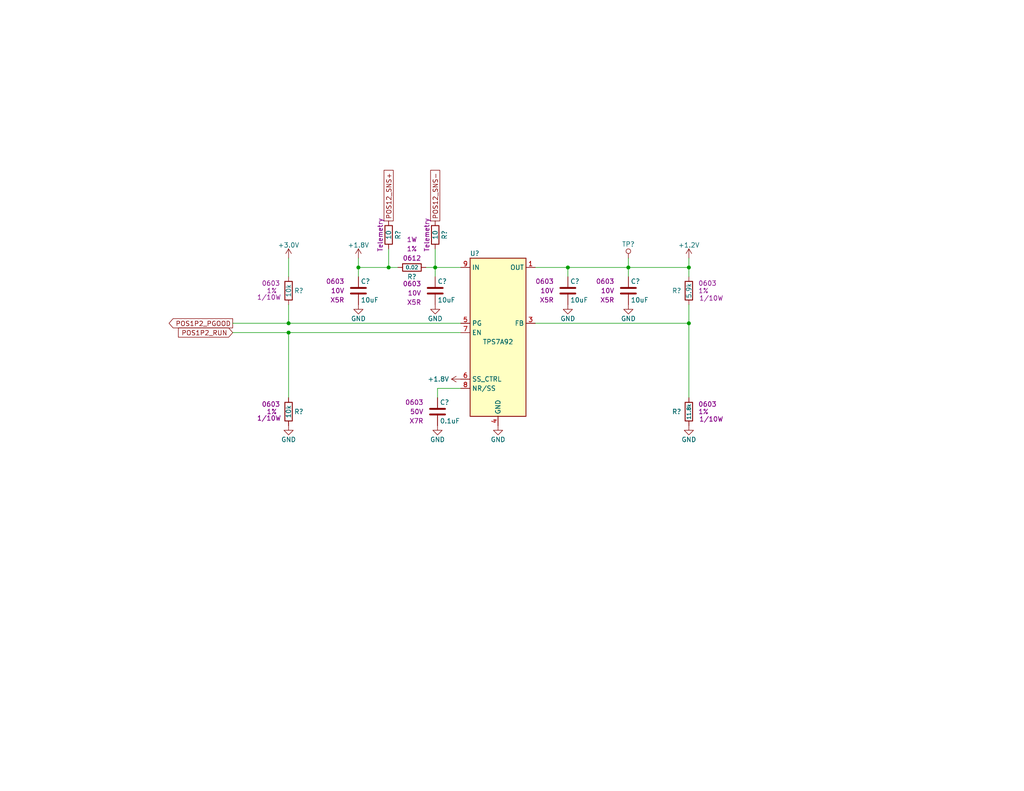
<source format=kicad_sch>
(kicad_sch (version 20230121) (generator eeschema)
  (paper "A")
  (title_block (title "Thermal Camera") (date "2023-11-13") (rev "PRELIM") (company "Drew Maatman and Michael Laffin"))
  (lib_symbols
    (symbol "Custom Library:+1.2V" (power) (pin_names (offset 0))
      (property "Value" "+1.2V" (at 0 3.556 0))
      (symbol "+1.2V_0_1"
        (polyline (pts (xy -0.762 1.27) (xy 0 2.54)))
        (polyline (pts (xy 0 0) (xy 0 2.54)))
        (polyline (pts (xy 0 2.54) (xy 0.762 1.27)))
      )
      (symbol "+1.2V_1_1"
        (pin power_in line (at 0 0 90) (length 0) hide (name "+1.2V") (number "1"))
      )
    )
    (symbol "Custom Library:+1.8V" (power) (pin_names (offset 0))
      (property "Value" "+1.8V" (at 0 3.556 0))
      (symbol "+1.8V_0_1"
        (polyline (pts (xy -0.762 1.27) (xy 0 2.54)))
        (polyline (pts (xy 0 0) (xy 0 2.54)))
        (polyline (pts (xy 0 2.54) (xy 0.762 1.27)))
      )
      (symbol "+1.8V_1_1"
        (pin power_in line (at 0 0 90) (length 0) hide (name "+1.8V") (number "1"))
      )
    )
    (symbol "Custom Library:+3.0V" (power) (pin_names (offset 0))
      (property "Value" "+3.0V" (at 0 3.556 0))
      (symbol "+3.0V_0_1"
        (polyline (pts (xy -0.762 1.27) (xy 0 2.54)))
        (polyline (pts (xy 0 0) (xy 0 2.54)))
        (polyline (pts (xy 0 2.54) (xy 0.762 1.27)))
      )
      (symbol "+3.0V_1_1"
        (pin power_in line (at 0 0 90) (length 0) hide (name "+3.0V") (number "1"))
      )
    )
    (symbol "Custom_Library:C_Custom" (pin_numbers hide) (pin_names (offset 0.254))
      (property "Reference" "C" (at 0.635 2.54 0))
      (property "Value" "C_Custom" (at 0.635 -2.54 0))
      (property "display_footprint" "Foot" (at -3.81 2.54 0))
      (property "Voltage" "V" (at -3.81 0 0))
      (property "Dielectric" "Er" (at -3.81 -2.54 0))
      (symbol "C_Custom_0_1"
        (polyline (pts (xy -2.032 -0.762) (xy 2.032 -0.762)) (stroke (width 0.508)))
        (polyline (pts (xy -2.032 0.762) (xy 2.032 0.762)) (stroke (width 0.508)))
      )
      (symbol "C_Custom_1_1"
        (pin passive line (at 0 3.81 270) (length 2.794) (name "~") (number "1"))
        (pin passive line (at 0 -3.81 90) (length 2.794) (name "~") (number "2"))
      )
    )
    (symbol "Custom_Library:R_Custom" (pin_numbers hide) (pin_names (offset 1.016) hide)
      (property "Reference" "R" (at -2.54 0 90))
      (property "Value" "R_Custom" (at 0 0 90))
      (property "display_footprint" "Foot" (at 2.54 0 90))
      (property "Tolerance" "Tol" (at 5.08 0 90))
      (property "Wattage" "W" (at 7.62 0 90))
      (symbol "R_Custom_0_1"
        (rectangle (start 1.016 2.54) (end -1.016 -2.54) (stroke (width 0.254)))
      )
      (symbol "R_Custom_1_1"
        (pin passive line (at 0 3.81 270) (length 1.27) (name "1") (number "1"))
        (pin passive line (at 0 -3.81 90) (length 1.27) (name "2") (number "2"))
      )
    )
    (symbol "Custom_Library:TP" (pin_numbers hide) (pin_names (offset 0) hide)
      (property "Reference" "TP" (at 0 3.81 0))
      (symbol "TP_0_1"
        (polyline (pts (xy 0 0) (xy 0 1.27)))
        (circle (center 0 1.905) (radius 0.635))
      )
      (symbol "TP_1_1"
        (pin passive line (at 0 0 90) (length 0) (name "TP") (number "1"))
      )
    )
    (symbol "Custom_Library:TPS7A91"
      (property "Reference" "U" (at -6.35 22.86 0))
      (property "Value" "TPS7A91" (at 0 -1.27 0))
      (symbol "TPS7A91_0_1"
        (rectangle (start -7.62 21.59) (end 7.62 -21.59) (stroke (width 0.254)) (fill (type background)))
      )
      (symbol "TPS7A91_1_1"
        (pin power_out line (at 10.16 19.05 180) (length 2.54) (name "OUT") (number "1"))
        (pin passive line (at -10.16 19.05 0) (length 2.54) hide (name "IN") (number "10"))
        (pin passive line (at 0 -24.13 90) (length 2.54) hide (name "GND") (number "11"))
        (pin passive line (at 10.16 19.05 180) (length 2.54) hide (name "OUT") (number "2"))
        (pin input line (at 10.16 3.81 180) (length 2.54) (name "FB") (number "3"))
        (pin power_in line (at 0 -24.13 90) (length 2.54) (name "GND") (number "4"))
        (pin open_collector line (at -10.16 3.81 0) (length 2.54) (name "PG") (number "5"))
        (pin input line (at -10.16 -11.43 0) (length 2.54) (name "SS_CTRL") (number "6"))
        (pin input line (at -10.16 1.27 0) (length 2.54) (name "EN") (number "7"))
        (pin passive line (at -10.16 -13.97 0) (length 2.54) (name "NR/SS") (number "8"))
        (pin power_in line (at -10.16 19.05 0) (length 2.54) (name "IN") (number "9"))
      )
    )
    (symbol "power:GND" (power) (pin_names (offset 0))
      (property "Value" "GND" (at 0 -3.81 0))
      (symbol "GND_0_1"
        (polyline (pts (xy 0 0) (xy 0 -1.27) (xy 1.27 -1.27) (xy 0 -2.54) (xy -1.27 -1.27) (xy 0 -1.27)))
      )
      (symbol "GND_1_1"
        (pin power_in line (at 0 0 270) (length 0) hide (name "GND") (number "1"))
      )
    )
  )
  (junction (at 187.96 73.025))
  (junction (at 118.745 73.025))
  (junction (at 106.045 73.025))
  (junction (at 171.45 73.025))
  (junction (at 187.96 88.265))
  (junction (at 97.79 73.025))
  (junction (at 78.74 88.265))
  (junction (at 78.74 90.805))
  (junction (at 154.94 73.025))
  (wire (pts (xy 187.96 88.265) (xy 187.96 108.585)))
  (wire (pts (xy 63.5 88.265) (xy 78.74 88.265)))
  (wire (pts (xy 97.79 73.025) (xy 106.045 73.025)))
  (wire (pts (xy 125.73 106.045) (xy 119.38 106.045)))
  (wire (pts (xy 187.96 83.185) (xy 187.96 88.265)))
  (wire (pts (xy 63.5 90.805) (xy 78.74 90.805)))
  (wire (pts (xy 78.74 70.485) (xy 78.74 75.565)))
  (wire (pts (xy 118.745 73.025) (xy 118.745 75.565)))
  (wire (pts (xy 154.94 73.025) (xy 146.05 73.025)))
  (wire (pts (xy 106.045 73.025) (xy 108.585 73.025)))
  (wire (pts (xy 119.38 106.045) (xy 119.38 108.585)))
  (wire (pts (xy 187.96 70.485) (xy 187.96 73.025)))
  (wire (pts (xy 154.94 73.025) (xy 171.45 73.025)))
  (wire (pts (xy 125.73 90.805) (xy 78.74 90.805)))
  (wire (pts (xy 187.96 88.265) (xy 146.05 88.265)))
  (wire (pts (xy 118.745 67.945) (xy 118.745 73.025)))
  (wire (pts (xy 116.205 73.025) (xy 118.745 73.025)))
  (wire (pts (xy 154.94 75.565) (xy 154.94 73.025)))
  (wire (pts (xy 171.45 70.485) (xy 171.45 73.025)))
  (wire (pts (xy 78.74 90.805) (xy 78.74 108.585)))
  (wire (pts (xy 97.79 73.025) (xy 97.79 75.565)))
  (wire (pts (xy 118.745 73.025) (xy 125.73 73.025)))
  (wire (pts (xy 171.45 73.025) (xy 187.96 73.025)))
  (wire (pts (xy 106.045 67.945) (xy 106.045 73.025)))
  (wire (pts (xy 97.79 70.485) (xy 97.79 73.025)))
  (wire (pts (xy 125.73 88.265) (xy 78.74 88.265)))
  (wire (pts (xy 78.74 88.265) (xy 78.74 83.185)))
  (wire (pts (xy 171.45 73.025) (xy 171.45 75.565)))
  (wire (pts (xy 187.96 75.565) (xy 187.96 73.025)))
  (global_label "POS1P2_PGOOD" (shape output) (at 63.5 88.265 180) (property "Intersheetrefs" "${INTERSHEET_REFS}" (effects hide)))
  (global_label "POS12_SNS+" (shape passive) (at 106.045 60.325 90) (property "Intersheetrefs" "${INTERSHEET_REFS}" (effects hide)))
  (global_label "POS12_SNS-" (shape passive) (at 118.745 60.325 90) (property "Intersheetrefs" "${INTERSHEET_REFS}" (effects hide)))
  (global_label "POS1P2_RUN" (shape input) (at 63.5 90.805 180) (property "Intersheetrefs" "${INTERSHEET_REFS}" (effects hide)))
  (symbol (lib_id "Custom_Library:C_Custom") (at 118.745 79.375 0) (unit 1)
    (property "Reference" "C?" (at 119.38 76.835 0) (effects (justify left)))
    (property "Value" "10uF" (at 119.38 81.915 0) (effects (justify left)))
    (property "Footprint" "Capacitors_SMD:C_0603" (effects hide))
    (property "display_footprint" "0603" (at 114.935 77.47 0) (effects (justify right)))
    (property "Voltage" "10V" (at 114.935 80.01 0) (effects (justify right)))
    (property "Dielectric" "X5R" (at 114.935 82.55 0) (effects (justify right)))
    (property "Digi-Key PN" "399-8153-1-ND" (effects hide))
    (instances (project "Thermal_Camera" (path "" (reference "C?") (unit 1)) (path "" (reference "C?") (unit 1))) (project "USB_Hub" (path "" (reference "C401") (unit 1))) (project "Pulse_Oximeter" (path "" (reference "C?") (unit 1)) (path "" (reference "C?") (unit 1)) (path "" (reference "C?") (unit 1)) (path "" (reference "C?") (unit 1)) (path "" (reference "C?") (unit 1)) (path "" (reference "C?") (unit 1)) (path "" (reference "C?") (unit 1)) (path "" (reference "C?") (unit 1))))
  )
  (symbol (lib_id "Custom Library:+1.8V") (at 125.73 103.505 90) (unit 1)
    (property "Reference" "#PWR01208" (effects hide))
    (property "Value" "+1.8V" (at 122.555 103.505 90) (effects (justify left)))
  )
  (symbol (lib_id "Custom_Library:C_Custom") (at 119.38 112.395 0) (unit 1)
    (property "Reference" "C?" (at 120.015 109.855 0) (effects (justify left)))
    (property "Value" "0.1uF" (at 120.015 114.935 0) (effects (justify left)))
    (property "Footprint" "Capacitors_SMD:C_0603" (effects hide))
    (property "display_footprint" "0603" (at 115.57 109.855 0) (effects (justify right)))
    (property "Voltage" "50V" (at 115.57 112.395 0) (effects (justify right)))
    (property "Dielectric" "X7R" (at 115.57 114.935 0) (effects (justify right)))
    (property "Digi-Key PN" "1276-1935-1-ND" (effects hide))
    (instances (project "Thermal_Camera" (path "" (reference "C?") (unit 1)) (path "" (reference "C?") (unit 1))) (project "USB_Hub" (path "" (reference "C402") (unit 1))) (project "Pulse_Oximeter" (path "" (reference "C?") (unit 1)) (path "" (reference "C?") (unit 1)) (path "" (reference "C?") (unit 1)) (path "" (reference "C?") (unit 1)) (path "" (reference "C?") (unit 1)) (path "" (reference "C?") (unit 1)) (path "" (reference "C?") (unit 1)) (path "" (reference "C?") (unit 1)) (path "" (reference "C?") (unit 1)) (path "" (reference "C?") (unit 1)) (path "" (reference "C?") (unit 1))))
  )
  (symbol (lib_id "power:GND") (at 97.79 83.185 0) (unit 1)
    (property "Reference" "#PWR01019" (effects hide))
    (property "Value" "GND" (at 97.79 86.995 0))
    (instances (project "Thermal_Camera" (path "" (reference "#PWR01019") (unit 1)) (path "" (reference "#PWR01206") (unit 1))) (project "USB_Hub" (path "" (reference "#PWR0403") (unit 1))) (project "Pulse_Oximeter" (path "" (reference "#PWR?") (unit 1))))
  )
  (symbol (lib_id "Custom_Library:R_Custom") (at 187.96 112.395 0) (unit 1)
    (property "Reference" "R?" (at 185.928 112.395 0) (effects (justify right)))
    (property "Value" "11.8k" (at 187.96 112.395 90) (effects (font (size 1.016 1.016))))
    (property "Footprint" "Resistors_SMD:R_0603" (effects hide))
    (property "display_footprint" "0603" (at 190.5 110.363 0) (effects (justify left)))
    (property "Tolerance" "1%" (at 190.5 112.395 0) (effects (justify left)))
    (property "Wattage" "1/10W" (at 190.754 114.427 0) (effects (justify left)))
    (instances (project "Thermal_Camera" (path "" (reference "R?") (unit 1)) (path "" (reference "R?") (unit 1))) (project "USB_Hub" (path "" (reference "R404") (unit 1))) (project "Pulse_Oximeter" (path "" (reference "R?") (unit 1)) (path "" (reference "R?") (unit 1)) (path "" (reference "R?") (unit 1)) (path "" (reference "R?") (unit 1)) (path "" (reference "R?") (unit 1)) (path "" (reference "R?") (unit 1)) (path "" (reference "R?") (unit 1)) (path "" (reference "R?") (unit 1)) (path "" (reference "R?") (unit 1)) (path "" (reference "R?") (unit 1)) (path "" (reference "R?") (unit 1)) (path "" (reference "R?") (unit 1))))
  )
  (symbol (lib_id "power:GND") (at 78.74 116.205 0) (unit 1)
    (property "Reference" "#PWR01027" (effects hide))
    (property "Value" "GND" (at 78.74 120.015 0))
    (instances (project "Thermal_Camera" (path "" (reference "#PWR01027") (unit 1)) (path "" (reference "#PWR01204") (unit 1))) (project "USB_Hub" (path "" (reference "#PWR0404") (unit 1))) (project "Pulse_Oximeter" (path "" (reference "#PWR?") (unit 1))))
  )
  (symbol (lib_id "Custom_Library:R_Custom") (at 118.745 64.135 0) (mirror y) (unit 1)
    (property "Reference" "R?" (at 121.285 64.135 90))
    (property "Value" "10" (at 118.745 64.135 90))
    (property "Footprint" "Resistors_SMD:R_0603" (effects hide))
    (property "display_footprint" "0603" (effects hide))
    (property "Tolerance" "1%" (effects hide))
    (property "Wattage" "1/10W" (effects hide))
    (property "Digi-Key PN" "541-10.0HCT-ND" (effects hide))
    (property "Configuration" "Telemetry" (at 116.459 64.135 90))
    (instances (project "Nixie_Clock_Core" (path "" (reference "R?") (unit 1)) (path "" (reference "R208") (unit 1))) (project "LED_Panel_Controller" (path "" (reference "R?") (unit 1)) (path "" (reference "R?") (unit 1)) (path "" (reference "R?") (unit 1)) (path "" (reference "R?") (unit 1)) (path "" (reference "R?") (unit 1)) (path "" (reference "R?") (unit 1)) (path "" (reference "R?") (unit 1)) (path "" (reference "R?") (unit 1)) (path "" (reference "R?") (unit 1))) (project "Thermal_Camera" (path "" (reference "R?") (unit 1)) (path "" (reference "R?") (unit 1))))
  )
  (symbol (lib_id "power:GND") (at 154.94 83.185 0) (unit 1)
    (property "Reference" "#PWR01023" (effects hide))
    (property "Value" "GND" (at 154.94 86.995 0))
    (instances (project "Thermal_Camera" (path "" (reference "#PWR01023") (unit 1)) (path "" (reference "#PWR01210") (unit 1))) (project "USB_Hub" (path "" (reference "#PWR0407") (unit 1))) (project "Pulse_Oximeter" (path "" (reference "#PWR?") (unit 1))))
  )
  (symbol (lib_id "Custom_Library:R_Custom") (at 78.74 79.375 0) (mirror y) (unit 1)
    (property "Reference" "R?" (at 80.264 79.375 0) (effects (justify right)))
    (property "Value" "10k" (at 78.74 79.375 90))
    (property "Footprint" "Resistors_SMD:R_0603" (effects hide))
    (property "display_footprint" "0603" (at 73.914 77.343 0))
    (property "Tolerance" "1%" (at 74.168 79.375 0))
    (property "Wattage" "1/10W" (at 73.406 81.153 0))
    (property "Digi-Key PN" "541-10.0KHCT-ND" (effects hide))
    (instances (project "Analog_Clock" (path "" (reference "R?") (unit 1)) (path "" (reference "R?") (unit 1)) (path "" (reference "R?") (unit 1)) (path "" (reference "R?") (unit 1)) (path "" (reference "R?") (unit 1)) (path "" (reference "R?") (unit 1)) (path "" (reference "R?") (unit 1)) (path "" (reference "R?") (unit 1))) (project "Nixie_Clock_Core" (path "" (reference "R804") (unit 1))) (project "Thermal_Camera" (path "" (reference "R?") (unit 1)) (path "" (reference "R?") (unit 1)) (path "" (reference "R?") (unit 1))))
  )
  (symbol (lib_id "Custom_Library:C_Custom") (at 154.94 79.375 0) (unit 1)
    (property "Reference" "C?" (at 155.575 76.835 0) (effects (justify left)))
    (property "Value" "10uF" (at 155.575 81.915 0) (effects (justify left)))
    (property "Footprint" "Capacitors_SMD:C_0603" (effects hide))
    (property "display_footprint" "0603" (at 151.13 76.835 0) (effects (justify right)))
    (property "Voltage" "10V" (at 151.13 79.375 0) (effects (justify right)))
    (property "Dielectric" "X5R" (at 151.13 81.915 0) (effects (justify right)))
    (property "Digi-Key PN" "399-8153-1-ND" (effects hide))
    (instances (project "Thermal_Camera" (path "" (reference "C?") (unit 1)) (path "" (reference "C?") (unit 1))) (project "USB_Hub" (path "" (reference "C403") (unit 1))) (project "Pulse_Oximeter" (path "" (reference "C?") (unit 1)) (path "" (reference "C?") (unit 1)) (path "" (reference "C?") (unit 1)) (path "" (reference "C?") (unit 1)) (path "" (reference "C?") (unit 1)) (path "" (reference "C?") (unit 1)) (path "" (reference "C?") (unit 1)) (path "" (reference "C?") (unit 1))))
  )
  (symbol (lib_id "Custom_Library:R_Custom") (at 112.395 73.025 90) (unit 1)
    (property "Reference" "R?" (at 112.395 75.565 90))
    (property "Value" "0.02" (at 112.395 73.025 90) (effects (font (size 1.016 1.016))))
    (property "Footprint" "Resistors_SMD:R_0612" (effects hide))
    (property "Digi-Key PN" "P16010CT-ND" (effects hide))
    (property "display_footprint" "0612" (at 112.395 70.485 90))
    (property "Tolerance" "1%" (at 112.395 67.945 90))
    (property "Wattage" "1W" (at 112.395 65.405 90))
    (instances (project "Nixie_Clock_Core" (path "" (reference "R?") (unit 1)) (path "" (reference "R206") (unit 1))) (project "LED_Panel_Controller" (path "" (reference "R?") (unit 1)) (path "" (reference "R?") (unit 1)) (path "" (reference "R?") (unit 1)) (path "" (reference "R?") (unit 1)) (path "" (reference "R?") (unit 1)) (path "" (reference "R?") (unit 1)) (path "" (reference "R?") (unit 1)) (path "" (reference "R?") (unit 1)) (path "" (reference "R?") (unit 1))) (project "Thermal_Camera" (path "" (reference "R?") (unit 1)) (path "" (reference "R?") (unit 1))))
  )
  (symbol (lib_id "Custom Library:+3.0V") (at 78.74 70.485 0) (unit 1)
    (property "Reference" "#PWR01017" (effects hide))
    (property "Value" "+3.0V" (at 78.74 66.929 0))
  )
  (symbol (lib_id "Custom_Library:R_Custom") (at 78.74 112.395 0) (mirror y) (unit 1)
    (property "Reference" "R?" (at 80.264 112.395 0) (effects (justify right)))
    (property "Value" "10k" (at 78.74 112.395 90))
    (property "Footprint" "Resistors_SMD:R_0603" (effects hide))
    (property "display_footprint" "0603" (at 73.914 110.363 0))
    (property "Tolerance" "1%" (at 74.168 112.395 0))
    (property "Wattage" "1/10W" (at 73.406 114.173 0))
    (property "Digi-Key PN" "541-10.0KHCT-ND" (effects hide))
    (instances (project "Analog_Clock" (path "" (reference "R?") (unit 1)) (path "" (reference "R?") (unit 1)) (path "" (reference "R?") (unit 1)) (path "" (reference "R?") (unit 1)) (path "" (reference "R?") (unit 1)) (path "" (reference "R?") (unit 1)) (path "" (reference "R?") (unit 1)) (path "" (reference "R?") (unit 1))) (project "Nixie_Clock_Core" (path "" (reference "R804") (unit 1))) (project "Thermal_Camera" (path "" (reference "R?") (unit 1)) (path "" (reference "R?") (unit 1)) (path "" (reference "R?") (unit 1))))
  )
  (symbol (lib_id "power:GND") (at 118.745 83.185 0) (unit 1)
    (property "Reference" "#PWR01019" (effects hide))
    (property "Value" "GND" (at 118.745 86.995 0))
    (instances (project "Thermal_Camera" (path "" (reference "#PWR01019") (unit 1)) (path "" (reference "#PWR01001") (unit 1))) (project "USB_Hub" (path "" (reference "#PWR0403") (unit 1))) (project "Pulse_Oximeter" (path "" (reference "#PWR?") (unit 1))))
  )
  (symbol (lib_id "Custom_Library:TPS7A91") (at 135.89 92.075 0) (unit 1)
    (property "Reference" "U?" (at 129.54 69.215 0))
    (property "Value" "TPS7A92" (at 135.89 93.345 0))
    (property "Footprint" "Package_DFN_QFN:Texas_S-PDSO-N10_EP1.2x2mm" (effects hide))
    (property "Datasheet" "http://www.ti.com/lit/ds/symlink/tps7a91.pdf" (effects hide))
    (property "Digi-Key PN" "TPS7A9201DSKR" (effects hide))
    (instances (project "Thermal_Camera" (path "" (reference "U?") (unit 1)) (path "" (reference "U?") (unit 1))) (project "USB_Hub" (path "" (reference "U401") (unit 1))) (project "Pulse_Oximeter" (path "" (reference "U?") (unit 1))))
  )
  (symbol (lib_id "power:GND") (at 187.96 116.205 0) (unit 1)
    (property "Reference" "#PWR01026" (effects hide))
    (property "Value" "GND" (at 187.96 120.015 0))
    (instances (project "Thermal_Camera" (path "" (reference "#PWR01026") (unit 1)) (path "" (reference "#PWR01213") (unit 1))) (project "USB_Hub" (path "" (reference "#PWR0410") (unit 1))) (project "Pulse_Oximeter" (path "" (reference "#PWR?") (unit 1))))
  )
  (symbol (lib_id "Custom_Library:TP") (at 171.45 70.485 0) (unit 1)
    (property "Reference" "TP?" (at 171.45 66.675 0))
    (property "Value" "TP" (effects hide))
    (property "Footprint" "Custom Footprints Library:Test_Point" (effects hide))
    (instances (project "Thermal_Camera" (path "" (reference "TP?") (unit 1)) (path "" (reference "TP?") (unit 1))) (project "USB_Hub" (path "" (reference "TP401") (unit 1))) (project "Pulse_Oximeter" (path "" (reference "TP?") (unit 1)) (path "" (reference "TP?") (unit 1)) (path "" (reference "TP?") (unit 1)) (path "" (reference "TP?") (unit 1)) (path "" (reference "TP?") (unit 1)) (path "" (reference "TP?") (unit 1)) (path "" (reference "TP?") (unit 1))))
  )
  (symbol (lib_id "power:GND") (at 135.89 116.205 0) (unit 1)
    (property "Reference" "#PWR01022" (effects hide))
    (property "Value" "GND" (at 135.89 120.015 0))
    (instances (project "Thermal_Camera" (path "" (reference "#PWR01022") (unit 1)) (path "" (reference "#PWR01209") (unit 1))) (project "USB_Hub" (path "" (reference "#PWR0406") (unit 1))) (project "Pulse_Oximeter" (path "" (reference "#PWR?") (unit 1))))
  )
  (symbol (lib_id "Custom Library:+1.8V") (at 97.79 70.485 0) (unit 1)
    (property "Reference" "#PWR01205" (effects hide))
    (property "Value" "+1.8V" (at 97.79 66.929 0))
  )
  (symbol (lib_id "Custom_Library:R_Custom") (at 187.96 79.375 0) (unit 1)
    (property "Reference" "R?" (at 185.928 79.375 0) (effects (justify right)))
    (property "Value" "5.9k" (at 187.96 79.375 90))
    (property "Footprint" "Resistors_SMD:R_0603" (effects hide))
    (property "display_footprint" "0603" (at 190.5 77.343 0) (effects (justify left)))
    (property "Tolerance" "1%" (at 190.5 79.375 0) (effects (justify left)))
    (property "Wattage" "1/10W" (at 190.754 81.407 0) (effects (justify left)))
    (instances (project "Thermal_Camera" (path "" (reference "R?") (unit 1)) (path "" (reference "R?") (unit 1))) (project "USB_Hub" (path "" (reference "R403") (unit 1))) (project "Pulse_Oximeter" (path "" (reference "R?") (unit 1)) (path "" (reference "R?") (unit 1)) (path "" (reference "R?") (unit 1)) (path "" (reference "R?") (unit 1)) (path "" (reference "R?") (unit 1)) (path "" (reference "R?") (unit 1)) (path "" (reference "R?") (unit 1)) (path "" (reference "R?") (unit 1)) (path "" (reference "R?") (unit 1)) (path "" (reference "R?") (unit 1)) (path "" (reference "R?") (unit 1)) (path "" (reference "R?") (unit 1))))
  )
  (symbol (lib_id "Custom_Library:R_Custom") (at 106.045 64.135 0) (mirror y) (unit 1)
    (property "Reference" "R?" (at 108.585 64.135 90))
    (property "Value" "10" (at 106.045 64.135 90))
    (property "Footprint" "Resistors_SMD:R_0603" (effects hide))
    (property "display_footprint" "0603" (effects hide))
    (property "Tolerance" "1%" (effects hide))
    (property "Wattage" "1/10W" (effects hide))
    (property "Digi-Key PN" "541-10.0HCT-ND" (effects hide))
    (property "Configuration" "Telemetry" (at 103.759 64.135 90))
    (instances (project "Nixie_Clock_Core" (path "" (reference "R?") (unit 1)) (path "" (reference "R205") (unit 1))) (project "LED_Panel_Controller" (path "" (reference "R?") (unit 1)) (path "" (reference "R?") (unit 1)) (path "" (reference "R?") (unit 1)) (path "" (reference "R?") (unit 1)) (path "" (reference "R?") (unit 1)) (path "" (reference "R?") (unit 1)) (path "" (reference "R?") (unit 1)) (path "" (reference "R?") (unit 1)) (path "" (reference "R?") (unit 1))) (project "Thermal_Camera" (path "" (reference "R?") (unit 1)) (path "" (reference "R?") (unit 1))))
  )
  (symbol (lib_id "power:GND") (at 119.38 116.205 0) (unit 1)
    (property "Reference" "#PWR01020" (effects hide))
    (property "Value" "GND" (at 119.38 120.015 0))
    (instances (project "Thermal_Camera" (path "" (reference "#PWR01020") (unit 1)) (path "" (reference "#PWR01207") (unit 1))) (project "USB_Hub" (path "" (reference "#PWR0404") (unit 1))) (project "Pulse_Oximeter" (path "" (reference "#PWR?") (unit 1))))
  )
  (symbol (lib_id "Custom_Library:C_Custom") (at 97.79 79.375 0) (unit 1)
    (property "Reference" "C?" (at 98.425 76.835 0) (effects (justify left)))
    (property "Value" "10uF" (at 98.425 81.915 0) (effects (justify left)))
    (property "Footprint" "Capacitors_SMD:C_0603" (effects hide))
    (property "display_footprint" "0603" (at 93.98 76.835 0) (effects (justify right)))
    (property "Voltage" "10V" (at 93.98 79.375 0) (effects (justify right)))
    (property "Dielectric" "X5R" (at 93.98 81.915 0) (effects (justify right)))
    (property "Digi-Key PN" "399-8153-1-ND" (effects hide))
    (instances (project "Thermal_Camera" (path "" (reference "C?") (unit 1)) (path "" (reference "C?") (unit 1))) (project "USB_Hub" (path "" (reference "C401") (unit 1))) (project "Pulse_Oximeter" (path "" (reference "C?") (unit 1)) (path "" (reference "C?") (unit 1)) (path "" (reference "C?") (unit 1)) (path "" (reference "C?") (unit 1)) (path "" (reference "C?") (unit 1)) (path "" (reference "C?") (unit 1)) (path "" (reference "C?") (unit 1)) (path "" (reference "C?") (unit 1))))
  )
  (symbol (lib_id "Custom_Library:C_Custom") (at 171.45 79.375 0) (unit 1)
    (property "Reference" "C?" (at 172.085 76.835 0) (effects (justify left)))
    (property "Value" "10uF" (at 172.085 81.915 0) (effects (justify left)))
    (property "Footprint" "Capacitors_SMD:C_0603" (effects hide))
    (property "display_footprint" "0603" (at 167.64 76.835 0) (effects (justify right)))
    (property "Voltage" "10V" (at 167.64 79.375 0) (effects (justify right)))
    (property "Dielectric" "X5R" (at 167.64 81.915 0) (effects (justify right)))
    (property "Digi-Key PN" "399-8153-1-ND" (effects hide))
    (instances (project "Thermal_Camera" (path "" (reference "C?") (unit 1)) (path "" (reference "C?") (unit 1))) (project "USB_Hub" (path "" (reference "C404") (unit 1))) (project "Pulse_Oximeter" (path "" (reference "C?") (unit 1)) (path "" (reference "C?") (unit 1)) (path "" (reference "C?") (unit 1)) (path "" (reference "C?") (unit 1)) (path "" (reference "C?") (unit 1)) (path "" (reference "C?") (unit 1)) (path "" (reference "C?") (unit 1)) (path "" (reference "C?") (unit 1))))
  )
  (symbol (lib_id "Custom Library:+1.2V") (at 187.96 70.485 0) (unit 1)
    (property "Reference" "#PWR01212" (effects hide))
    (property "Value" "+1.2V" (at 187.96 66.929 0))
  )
  (symbol (lib_id "power:GND") (at 171.45 83.185 0) (unit 1)
    (property "Reference" "#PWR01024" (effects hide))
    (property "Value" "GND" (at 171.45 86.995 0))
    (instances (project "Thermal_Camera" (path "" (reference "#PWR01024") (unit 1)) (path "" (reference "#PWR01211") (unit 1))) (project "USB_Hub" (path "" (reference "#PWR0408") (unit 1))) (project "Pulse_Oximeter" (path "" (reference "#PWR?") (unit 1))))
  )
)
</source>
